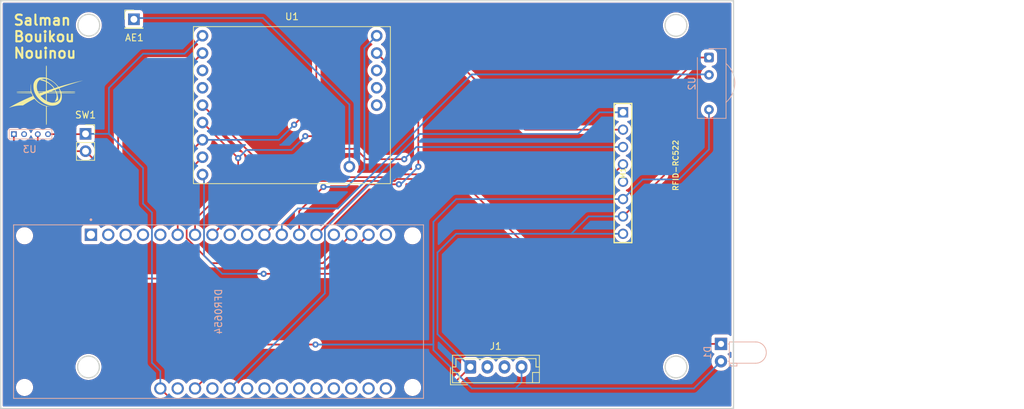
<source format=kicad_pcb>
(kicad_pcb (version 20240108) (generator "pcbnew") (generator_version "8.0")
  (layers (0 "F.Cu" signal) (31 "B.Cu" signal) (34 "B.Paste" user) (35 "F.Paste" user) (36 "B.SilkS" user "B.Silkscreen") (37 "F.SilkS" user "F.Silkscreen") (38 "B.Mask" user) (39 "F.Mask" user) (44 "Edge.Cuts" user))
  (net 0 "")
  (net 1 "/GND")
  (net 2 "/IRTX")
  (net 3 "/3v3")
  (net 6 "/SCK")
  (net 7 "/SDA")
  (net 8 "/MOSI")
  (net 10 "/MISO")
  (net 11 "/G1RF")
  (net 12 "/RST")
  (net 13 "/CS")
  (net 15 "/G2RF")
  (net 20 "/IRRX")
  (net 41 "/Antena")
  (net 42 "/Vcc")
  (footprint "Connector_PinHeader_2.54mm:PinHeader_1x01_P2.54mm_Vertical" (layer "F.Cu") (at 135.76 64.11)
    (property "Reference" "AE1" (at 0.07 2.7 0) (layer "F.SilkS"))
    (property "Value" "Antenna" (hide yes))
    (fp_line (start -1.33 -1.33) (end 0 -1.33) (stroke (width 0.12)) (layer "F.SilkS"))
    (fp_line (start -1.33 0) (end -1.33 -1.33) (stroke (width 0.12)) (layer "F.SilkS"))
    (fp_line (start -1.33 1.27) (end -1.33 1.33) (stroke (width 0.12)) (layer "F.SilkS"))
    (fp_line (start -1.33 1.27) (end 1.33 1.27) (stroke (width 0.12)) (layer "F.SilkS"))
    (fp_line (start -1.33 1.33) (end 1.33 1.33) (stroke (width 0.12)) (layer "F.SilkS"))
    (fp_line (start 1.33 1.27) (end 1.33 1.33) (stroke (width 0.12)) (layer "F.SilkS"))
    (pad "1" thru_hole rect (at 0 0) (size 1.7 1.7) (drill 1) (layers "*.Cu" "*.Mask") (net 41 "/Antena"))
  )
  (footprint "TFG:Logo-etsisi" (layer "F.Cu") (at 122.89 75.28)
    (property "Reference" "G***" (hide yes))
    (property "Value" "LOGO" (hide yes))
    (fp_poly (pts (xy 0.868872 1.562875) (xy 0.85439 1.576009) (xy 0.839909 1.562875) (xy 0.85439 1.549742)) (fill solid) (layer "F.SilkS"))
    (fp_poly (pts (xy -2.181832 -1.803654) (xy -2.178365 -1.772481) (xy -2.181832 -1.768631) (xy -2.19905 -1.772237) (xy -2.20114 -1.786142) (xy -2.190543 -1.807763)) (fill solid) (layer "F.SilkS"))
    (fp_poly (pts (xy 5.40631 -2.197656) (xy 5.402334 -2.18204) (xy 5.387002 -2.180145) (xy 5.363162 -2.189755) (xy 5.367693 -2.197656) (xy 5.402065 -2.200799)) (fill solid) (layer "F.SilkS"))
    (fp_poly (pts (xy -2.221044 -1.662416) (xy -2.219096 -1.607146) (xy -2.221408 -1.504124) (xy -2.224469 -1.424983) (xy -2.218263 -1.067602) (xy -2.166207 -0.732217) (xy -2.065332 -0.406293) (xy -1.912668 -0.077293) (xy -1.89926 -0.052533) (xy -1.675945 0.305629) (xy -1.420834 0.620343) (xy -1.132572 0.892855) (xy -0.809801 1.124413) (xy -0.451167 1.316262) (xy -0.372865 1.350898) (xy -0.126002 1.446735) (xy 0.104083 1.512791) (xy 0.342821 1.555266) (xy 0.550286 1.575932) (xy 0.825428 1.596283) (xy 0.470584 1.592713) (xy 0.11574 1.589142) (xy 0.115795 2.935316) (xy 0.115762 3.235481) (xy 0.115514 3.487348) (xy 0.11487 3.695153) (xy 0.113648 3.863131) (xy 0.111664 3.995517) (xy 0.108738 4.096548) (xy 0.104688 4.170459) (xy 0.09933 4.221486) (xy 0.092483 4.253864) (xy 0.083966 4.271828) (xy 0.073595 4.279615) (xy 0.061189 4.28146) (xy 0.057925 4.281489) (xy 0.045066 4.280436) (xy 0.034265 4.274467) (xy 0.025339 4.259367) (xy 0.018108 4.23092) (xy 0.01239 4.184912) (xy 0.008004 4.117127) (xy 0.00477 4.023351) (xy 0.002505 3.899368) (xy 0.001029 3.740964) (xy 0.00016 3.543922) (xy -0.000283 3.304029) (xy -0.000481 3.017069) (xy -0.000519 2.922182) (xy -0.001039 1.562875) (xy -0.220073 1.499982) (xy -0.428205 1.425075) (xy -0.65713 1.316168) (xy -0.892239 1.180844) (xy -1.087135 1.049917) (xy -1.189246 0.969823) (xy -1.303669 0.869959) (xy -1.418733 0.76163) (xy -1.52277 0.656138) (xy -1.604111 0.56479) (xy -1.644986 0.509514) (xy -1.662481 0.489973) (xy -1.689405 0.485892) (xy -1.736024 0.500308) (xy -1.812606 0.536259) (xy -1.915812 0.589631) (xy -2.157855 0.719717) (xy -2.414228 0.862731) (xy -2.668355 1.009131) (xy -2.903656 1.149375) (xy -3.094105 1.26786) (xy -3.36438 1.440868) (xy -3.660658 1.442509) (xy -3.984196 1.459829) (xy -4.335673 1.506292) (xy -4.697389 1.578692) (xy -5.051642 1.673825) (xy -5.195647 1.72037) (xy -5.293654 1.752865) (xy -5.369814 1.776337) (xy -5.408537 1.785995) (xy -5.409384 1.786031) (xy -5.399123 1.773131) (xy -5.346322 1.73732) (xy -5.258112 1.682716) (xy -5.14162 1.613439) (xy -5.003977 1.533606) (xy -4.852313 1.447336) (xy -4.693756 1.358747) (xy -4.535436 1.271959) (xy -4.384483 1.191089) (xy -4.329874 1.162422) (xy -4.158985 1.075455) (xy -3.955505 0.975415) (xy -3.727694 0.866071) (xy -3.483809 0.751186) (xy -3.232111 0.634528) (xy -2.980858 0.519862) (xy -2.738309 0.410954) (xy -2.512723 0.31157) (xy -2.312358 0.225475) (xy -2.145475 0.156436) (xy -2.020332 0.108218) (xy -2.009131 0.104228) (xy -1.980126 0.092154) (xy -1.966759 0.074483) (xy -1.970351 0.0406) (xy -1.992222 -0.020113) (xy -2.033695 -0.11827) (xy -2.038093 -0.12851) (xy -2.128734 -0.339526) (xy -3.212416 -0.347064) (xy -3.506342 -0.349502) (xy -3.746705 -0.352443) (xy -3.93787 -0.356048) (xy -4.084197 -0.360477) (xy -4.190048 -0.36589) (xy -4.259787 -0.372449) (xy -4.297774 -0.380313) (xy -4.308159 -0.387435) (xy -4.300027 -0.396252) (xy -4.265525 -0.403445) (xy -4.200161 -0.409153) (xy -4.099441 -0.413513) (xy -3.958873 -0.416666) (xy -3.773963 -0.418751) (xy -3.540218 -0.419905) (xy -3.253144 -0.420268) (xy -3.246199 -0.420269) (xy -2.968702 -0.420342) (xy -2.743641 -0.420742) (xy -2.565528 -0.421734) (xy -2.428876 -0.423585) (xy -2.328195 -0.426562) (xy -2.257998 -0.430931) (xy -2.212796 -0.436961) (xy -2.187101 -0.444916) (xy -2.175425 -0.455065) (xy -2.172279 -0.467674) (xy -2.172177 -0.472479) (xy -2.173784 -0.486048) (xy -2.182283 -0.497086) (xy -2.203192 -0.505899) (xy -2.24203 -0.512795) (xy -2.304315 -0.518081) (xy -2.395564 -0.522063) (xy -2.521296 -0.525048) (xy -2.68703 -0.527345) (xy -2.898283 -0.529259) (xy -3.160573 -0.531099) (xy -3.234138 -0.531579) (xy -3.524861 -0.533868) (xy -3.762067 -0.536705) (xy -3.950162 -0.540253) (xy -4.093551 -0.544676) (xy -4.196641 -0.550135) (xy -4.263838 -0.556794) (xy -4.299548 -0.564816) (xy -4.30816 -0.571303) (xy -4.30003 -0.580222) (xy -4.265414 -0.587477) (xy -4.199768 -0.593212) (xy -4.098548 -0.597572) (xy -3.957211 -0.600699) (xy -3.771212 -0.60274) (xy -3.536008 -0.603837) (xy -3.272856 -0.604136) (xy -2.225492 -0.604136) (xy -2.249519 -0.781437) (xy -2.261272 -0.905008) (xy -2.267798 -1.053307) (xy -2.269276 -1.212134) (xy -2.265891 -1.367289) (xy -2.257822 -1.50457) (xy -2.245253 -1.609779) (xy -2.238495 -1.641675) (xy -2.227446 -1.672928)) (fill solid) (layer "F.SilkS"))
    (fp_poly (pts (xy 0.073409 -4.385165) (xy 0.085855 -4.377544) (xy 0.095595 -4.358525) (xy 0.10296 -4.322939) (xy 0.108282 -4.265615) (xy 0.111893 -4.181385) (xy 0.114123 -4.065079) (xy 0.115305 -3.911528) (xy 0.11577 -3.715562) (xy 0.11585 -3.483402) (xy 0.11585 -2.580248) (xy 0.282384 -2.51912) (xy 0.496948 -2.423437) (xy 0.729195 -2.290163) (xy 0.96825 -2.127412) (xy 1.203238 -1.943298) (xy 1.423284 -1.745936) (xy 1.617514 -1.543439) (xy 1.665865 -1.486836) (xy 1.740429 -1.400511) (xy 1.804347 -1.332951) (xy 1.84852 -1.29346) (xy 1.86123 -1.287073) (xy 1.896546 -1.294921) (xy 1.978221 -1.316842) (xy 2.097622 -1.350399) (xy 2.246118 -1.393157) (xy 2.415076 -1.442681) (xy 2.46334 -1.456973) (xy 2.691408 -1.523373) (xy 2.939572 -1.59336) (xy 3.201859 -1.665437) (xy 3.472297 -1.738104) (xy 3.744913 -1.809864) (xy 4.013736 -1.879218) (xy 4.272792 -1.944668) (xy 4.516111 -2.004716) (xy 4.737718 -2.057864) (xy 4.931643 -2.102614) (xy 5.091912 -2.137468) (xy 5.212553 -2.160927) (xy 5.287595 -2.171493) (xy 5.308938 -2.170795) (xy 5.31531 -2.159719) (xy 5.290641 -2.155951) (xy 5.241125 -2.146462) (xy 5.143986 -2.121244) (xy 5.006078 -2.082424) (xy 4.834255 -2.032127) (xy 4.635372 -1.972477) (xy 4.416282 -1.905599) (xy 4.183841 -1.833619) (xy 3.944901 -1.758661) (xy 3.706318 -1.68285) (xy 3.474946 -1.608311) (xy 3.257639 -1.53717) (xy 3.061251 -1.471551) (xy 2.892636 -1.413579) (xy 2.867275 -1.404654) (xy 2.622125 -1.317927) (xy 2.425751 -1.248033) (xy 2.27291 -1.19284) (xy 2.15836 -1.15022) (xy 2.076858 -1.118042) (xy 2.02316 -1.094176) (xy 1.992023 -1.076493) (xy 1.978205 -1.062862) (xy 1.976462 -1.051154) (xy 1.979172 -1.043872) (xy 1.997345 -1.00574) (xy 2.031845 -0.932989) (xy 2.076192 -0.839291) (xy 2.090781 -0.808437) (xy 2.18666 -0.605602) (xy 3.236546 -0.604869) (xy 3.513917 -0.604451) (xy 3.738687 -0.60349) (xy 3.916181 -0.60178) (xy 4.051721 -0.599119) (xy 4.150631 -0.595303) (xy 4.218233 -0.590129) (xy 4.259851 -0.583394) (xy 4.280808 -0.574893) (xy 4.286432 -0.564736) (xy 4.280456 -0.554238) (xy 4.258947 -0.54575) (xy 4.21653 -0.539065) (xy 4.147834 -0.53398) (xy 4.047482 -0.530287) (xy 3.910103 -0.527782) (xy 3.730323 -0.526259) (xy 3.502768 -0.525513) (xy 3.256144 -0.525336) (xy 2.984421 -0.525202) (xy 2.765115 -0.524634) (xy 2.592719 -0.523386) (xy 2.461725 -0.521207) (xy 2.366626 -0.517851) (xy 2.301914 -0.51307) (xy 2.262083 -0.506614) (xy 2.241624 -0.498237) (xy 2.23503 -0.48769) (xy 2.235609 -0.479369) (xy 2.241629 -0.467149) (xy 2.257733 -0.457217) (xy 2.289555 -0.449284) (xy 2.342731 -0.443061) (xy 2.422893 -0.438259) (xy 2.535677 -0.434589) (xy 2.686717 -0.431761) (xy 2.881648 -0.429487) (xy 3.126104 -0.427477) (xy 3.265897 -0.426499) (xy 3.539443 -0.424405) (xy 3.760428 -0.422042) (xy 3.934215 -0.419168) (xy 4.066167 -0.415543) (xy 4.161648 -0.410923) (xy 4.226021 -0.405068) (xy 4.264649 -0.397736) (xy 4.282895 -0.388686) (xy 4.286432 -0.380532) (xy 4.280227 -0.370023) (xy 4.258009 -0.361544) (xy 4.214373 -0.354886) (xy 4.143912 -0.34984) (xy 4.041223 -0.346198) (xy 3.900898 -0.343749) (xy 3.717534 -0.342286) (xy 3.485724 -0.341599) (xy 3.275827 -0.341468) (xy 2.265223 -0.341468) (xy 2.293839 -0.229834) (xy 2.311722 -0.121435) (xy 2.321662 0.020996) (xy 2.323752 0.179467) (xy 2.318091 0.335986) (xy 2.304772 0.472559) (xy 2.289678 0.551603) (xy 2.198835 0.796202) (xy 2.064483 1.006591) (xy 1.887908 1.181478) (xy 1.670395 1.319574) (xy 1.430353 1.414503) (xy 1.205613 1.46268) (xy 0.957567 1.48257) (xy 0.712736 1.472672) (xy 0.622691 1.460215) (xy 0.295518 1.378551) (xy -0.030339 1.247111) (xy -0.350214 1.068564) (xy -0.659443 0.845579) (xy -0.953358 0.580824) (xy -1.003295 0.529957) (xy -1.228939 0.279222) (xy -1.39593 0.05686) (xy -0.781984 0.05686) (xy -0.762226 0.0874) (xy -0.708729 0.145692) (xy -0.630151 0.223699) (xy -0.535155 0.313382) (xy -0.4324 0.406704) (xy -0.330547 0.495626) (xy -0.238257 0.57211) (xy -0.173774 0.621355) (xy -0.014481 0.735445) (xy -0.0066 0.232591) (xy -0.006599 0.232513) (xy 0.11585 0.232513) (xy 0.11585 0.806494) (xy 0.311346 0.88765) (xy 0.511517 0.960698) (xy 0.716402 1.012476) (xy 0.839909 1.034768) (xy 0.955851 1.041347) (xy 1.102819 1.032938) (xy 1.257248 1.012114) (xy 1.39557 0.981447) (xy 1.432064 0.97015) (xy 1.655727 0.869124) (xy 1.837097 0.732223) (xy 1.976116 0.559524) (xy 2.072728 0.351105) (xy 2.126876 0.107043) (xy 2.135114 0.022995) (xy 2.140432 -0.089668) (xy 2.140296 -0.189695) (xy 2.134877 -0.259833) (xy 2.132235 -0.272506) (xy 2.120384 -0.306137) (xy 2.099382 -0.326552) (xy 2.056734 -0.337048) (xy 1.979945 -0.340921) (xy 1.870833 -0.341468) (xy 1.628516 -0.341468) (xy 1.684295 -0.151034) (xy 1.711814 -0.04002) (xy 1.739686 0.100938) (xy 1.763706 0.249414) (xy 1.773717 0.325866) (xy 1.807359 0.612332) (xy 1.695775 0.699811) (xy 1.628995 0.74351) (xy 1.541024 0.790037) (xy 1.446876 0.832905) (xy 1.361567 0.865626) (xy 1.30011 0.881715) (xy 1.279416 0.879689) (xy 1.288312 0.855254) (xy 1.321522 0.802191) (xy 1.345926 0.767579) (xy 1.454319 0.576822) (xy 1.526959 0.358132) (xy 1.560773 0.126951) (xy 1.55269 -0.10128) (xy 1.536547 -0.190434) (xy 1.501937 -0.341468) (xy 0.808894 -0.341468) (xy 0.11585 -0.341468) (xy 0.11585 0.232513) (xy -0.006599 0.232513) (xy -0.004705 0.075739) (xy -0.004111 -0.062199) (xy -0.004766 -0.172969) (xy -0.006617 -0.24832) (xy -0.009612 -0.28) (xy -0.009873 -0.280378) (xy -0.03962 -0.274466) (xy -0.109555 -0.249288) (xy -0.208436 -0.209753) (xy -0.325024 -0.16077) (xy -0.44808 -0.107249) (xy -0.566363 -0.054098) (xy -0.668634 -0.006228) (xy -0.743652 0.031452) (xy -0.780178 0.054034) (xy -0.781984 0.05686) (xy -1.39593 0.05686) (xy -1.410164 0.037907) (xy -1.554841 -0.207164) (xy -1.606362 -0.32353) (xy -1.054932 -0.32353) (xy -1.053118 -0.302068) (xy -1.040206 -0.274107) (xy -1.022008 -0.266208) (xy -0.981055 -0.278234) (xy -0.92288 -0.30104) (xy -0.825427 -0.339412) (xy -0.947608 -0.34044) (xy -1.024517 -0.337314) (xy -1.054932 -0.32353) (xy -1.606362 -0.32353) (xy -1.670842 -0.469167) (xy -1.685765 -0.514351) (xy -1.158494 -0.514351) (xy -1.149485 -0.483475) (xy -1.140915 -0.461817) (xy -1.102457 -0.437408) (xy -1.021236 -0.422408) (xy -0.911431 -0.416591) (xy -0.787223 -0.41973) (xy -0.662789 -0.4316) (xy -0.654926 -0.43305) (xy 0.347549 -0.43305) (xy 0.375051 -0.429128) (xy 0.451721 -0.425694) (xy 0.568801 -0.422943) (xy 0.717536 -0.421074) (xy 0.889167 -0.420282) (xy 0.915414 -0.420269) (xy 1.110954 -0.420652) (xy 1.255649 -0.422158) (xy 1.356575 -0.425322) (xy 1.420806 -0.430677) (xy 1.45542 -0.438758) (xy 1.467492 -0.450099) (xy 1.465699 -0.461817) (xy 1.450364 -0.503689) (xy 1.448119 -0.514351) (xy 1.563969 -0.514351) (xy 1.572421 -0.470092) (xy 1.604411 -0.441981) (xy 1.669885 -0.426655) (xy 1.77879 -0.420749) (xy 1.84221 -0.420269) (xy 1.961009 -0.42127) (xy 2.033291 -0.425915) (xy 2.070451 -0.436668) (xy 2.083883 -0.455989) (xy 2.085291 -0.472802) (xy 2.080936 -0.497762) (xy 2.06052 -0.513271) (xy 2.013018 -0.521552) (xy 1.927406 -0.524827) (xy 1.82463 -0.525336) (xy 1.709835 -0.524206) (xy 1.620836 -0.52118) (xy 1.570556 -0.516802) (xy 1.563969 -0.514351) (xy 1.448119 -0.514351) (xy 1.420805 -0.518129) (xy 1.345455 -0.521347) (xy 1.231957 -0.523759) (xy 1.090198 -0.525122) (xy 1.002739 -0.525336) (xy 0.807067 -0.523709) (xy 0.660429 -0.518406) (xy 0.554034 -0.508792) (xy 0.479089 -0.494231) (xy 0.452454 -0.485583) (xy 0.385931 -0.457458) (xy 0.349748 -0.436484) (xy 0.347549 -0.43305) (xy -0.654926 -0.43305) (xy -0.552311 -0.451974) (xy -0.488282 -0.472225) (xy -0.362029 -0.524182) (xy -0.760262 -0.524759) (xy -0.904592 -0.524217) (xy -1.025594 -0.522332) (xy -1.112812 -0.519378) (xy -1.155789 -0.515626) (xy -1.158494 -0.514351) (xy -1.685765 -0.514351) (xy -1.758154 -0.733533) (xy -1.79736 -0.908496) (xy -1.823689 -1.10722) (xy -1.828732 -1.188421) (xy -1.332461 -1.188421) (xy -1.297129 -0.935968) (xy -1.285357 -0.885123) (xy -1.262357 -0.788916) (xy -1.242324 -0.71748) (xy -1.216964 -0.667153) (xy -1.177983 -0.634276) (xy -1.117087 -0.615187) (xy -1.025981 -0.606225) (xy -0.896372 -0.60373) (xy -0.719966 -0.604042) (xy -0.64873 -0.604136) (xy -0.458425 -0.605606) (xy -0.381697 -0.607561) (xy 0.767503 -0.607561) (xy 1.078849 -0.605848) (xy 1.205286 -0.606214) (xy 1.307028 -0.608528) (xy 1.372252 -0.612391) (xy 1.390194 -0.616378) (xy 1.378881 -0.645704) (xy 1.350763 -0.703381) (xy 1.341283 -0.721642) (xy 1.316787 -0.765671) (xy 1.291981 -0.791513) (xy 1.256484 -0.798425) (xy 1.199915 -0.785667) (xy 1.11189 -0.752495) (xy 0.98203 -0.698167) (xy 0.975747 -0.695513) (xy 0.767503 -0.607561) (xy -0.381697 -0.607561) (xy -0.295315 -0.609762) (xy -0.167718 -0.616221) (xy -0.083954 -0.624602) (xy -0.05602 -0.631327) (xy -0.038946 -0.642107) (xy -0.025739 -0.659976) (xy -0.015905 -0.691144) (xy -0.008949 -0.74182) (xy -0.004376 -0.818215) (xy -0.001693 -0.926538) (xy -0.000404 -1.073001) (xy -0.000015 -1.263812) (xy -0.000001 -1.328024) (xy 0.11585 -1.328024) (xy 0.116589 -1.154018) (xy 0.118663 -0.998931) (xy 0.121859 -0.870008) (xy 0.125964 -0.774494) (xy 0.130762 -0.719633) (xy 0.134097 -0.709203) (xy 0.165861 -0.71813) (xy 0.242518 -0.742873) (xy 0.3549 -0.78038) (xy 0.493841 -0.8276) (xy 0.581764 -0.857862) (xy 1.399642 -0.857862) (xy 1.404292 -0.830187) (xy 1.429356 -0.771236) (xy 1.452565 -0.725513) (xy 1.517586 -0.604136) (xy 1.772476 -0.604136) (xy 1.89576 -0.60535) (xy 1.971957 -0.61027) (xy 2.01187 -0.620818) (xy 2.026303 -0.638916) (xy 2.027367 -0.649453) (xy 2.017188 -0.695565) (xy 1.990454 -0.7736) (xy 1.952864 -0.866981) (xy 1.95136 -0.870466) (xy 1.875354 -1.046163) (xy 1.643547 -0.957499) (xy 1.537839 -0.916382) (xy 1.454361 -0.882625) (xy 1.406142 -0.861551) (xy 1.399642 -0.857862) (xy 0.581764 -0.857862) (xy 0.619217 -0.870753) (xy 0.773547 -0.924719) (xy 0.909052 -0.973172) (xy 1.016408 -1.012691) (xy 1.086291 -1.039857) (xy 1.108916 -1.050369) (xy 1.10409 -1.078503) (xy 1.070343 -1.136182) (xy 1.014673 -1.211738) (xy 1.005003 -1.223722) (xy 0.869331 -1.372499) (xy 0.701873 -1.529457) (xy 0.518157 -1.681779) (xy 0.333712 -1.81665) (xy 0.164067 -1.921253) (xy 0.152053 -1.92769) (xy 0.140187 -1.923574) (xy 0.13106 -1.893811) (xy 0.124372 -1.83344) (xy 0.119824 -1.737503) (xy 0.117117 -1.601041) (xy 0.115952 -1.419095) (xy 0.11585 -1.328024) (xy -0.000001 -1.328024) (xy 0 -1.334772) (xy 0 -2.011026) (xy -0.094127 -2.045594) (xy -0.298607 -2.115597) (xy -0.48938 -2.171273) (xy -0.651475 -2.208459) (xy -0.716845 -2.218786) (xy -0.807972 -2.234253) (xy -0.844555 -2.254084) (xy -0.826646 -2.282405) (xy -0.754295 -2.323344) (xy -0.718343 -2.34039) (xy -0.644627 -2.371884) (xy -0.590602 -2.381289) (xy -0.529058 -2.36957) (xy -0.466887 -2.3493) (xy -0.364796 -2.311414) (xy -0.24369 -2.262082) (xy -0.165053 -2.227774) (xy 0.002961 -2.151766) (xy -0.004418 -2.280447) (xy 0.116659 -2.280447) (xy 0.116767 -2.252378) (xy 0.117685 -2.088211) (xy 0.311917 -1.97001) (xy 0.455725 -1.872072) (xy 0.616611 -1.745573) (xy 0.780542 -1.603068) (xy 0.933488 -1.457113) (xy 1.061417 -1.320262) (xy 1.122815 -1.244422) (xy 1.242575 -1.08357) (xy 1.481999 -1.16041) (xy 1.590569 -1.195983) (xy 1.676336 -1.225457) (xy 1.726098 -1.244235) (xy 1.733076 -1.247819) (xy 1.725106 -1.275144) (xy 1.685927 -1.333158) (xy 1.622825 -1.41329) (xy 1.543083 -1.506973) (xy 1.453986 -1.605639) (xy 1.362818 -1.700718) (xy 1.279951 -1.780812) (xy 1.011916 -2.003463) (xy 0.739661 -2.180688) (xy 0.452381 -2.319253) (xy 0.367473 -2.352157) (xy 0.250367 -2.393876) (xy 0.176768 -2.411559) (xy 0.136641 -2.401211) (xy 0.11995 -2.358838) (xy 0.116659 -2.280447) (xy -0.004418 -2.280447) (xy -0.00576 -2.303856) (xy -0.014481 -2.455946) (xy -0.214563 -2.463808) (xy -0.453257 -2.451773) (xy -0.676498 -2.399155) (xy -0.874934 -2.309862) (xy -1.039209 -2.187799) (xy -1.131964 -2.080564) (xy -1.230521 -1.897323) (xy -1.297736 -1.68017) (xy -1.33219 -1.440179) (xy -1.332461 -1.188421) (xy -1.828732 -1.188421) (xy -1.836522 -1.313862) (xy -1.835241 -1.51258) (xy -1.819227 -1.687529) (xy -1.799254 -1.786142) (xy -1.706916 -2.031222) (xy -1.572596 -2.240187) (xy -1.396414 -2.412899) (xy -1.178491 -2.549221) (xy -1.107038 -2.582127) (xy -1.01828 -2.618533) (xy -0.94428 -2.642473) (xy -0.868567 -2.656559) (xy -0.774667 -2.663402) (xy -0.646108 -2.665612) (xy -0.579247 -2.665786) (xy -0.431996 -2.663965) (xy -0.293252 -2.65881) (xy -0.180817 -2.651168) (xy -0.12309 -2.644071) (xy 0 -2.622063) (xy 0 -3.504309) (xy 0.000093 -3.742637) (xy 0.000601 -3.933662) (xy 0.001867 -4.082613) (xy 0.004234 -4.194721) (xy 0.008046 -4.275216) (xy 0.013646 -4.329327) (xy 0.021377 -4.362286) (xy 0.031584 -4.379322) (xy 0.044609 -4.385665) (xy 0.057925 -4.386556)) (fill solid) (layer "F.SilkS"))
  )
  (footprint "TFG:RFID-RC522" (layer "F.Cu") (at 207.3496 86.62 -90)
    (property "Reference" "M1" (at 0 0 90) (layer "F.SilkS") (effects (font (size 0.787402 0.787402))))
    (property "Value" "RFID-RC522" (at -1.12 -7.7204 90) (layer "F.SilkS") (effects (font (size 0.787402 0.787402))))
    (property "VALUE" "" (hide yes))
    (fp_line (start -10.1854 1.2954) (end -10.1854 -1.2954) (stroke (width 0.2032)) (layer "F.SilkS"))
    (fp_line (start 10.1854 1.2954) (end -10.1854 1.2954) (stroke (width 0.2032)) (layer "F.SilkS"))
    (fp_line (start -10.1854 -1.2954) (end 10.1854 -1.2954) (stroke (width 0.2032)) (layer "F.SilkS"))
    (fp_line (start 10.1854 -1.2954) (end 10.1854 1.2954) (stroke (width 0.2032)) (layer "F.SilkS"))
    (pad "1" thru_hole rect (at -8.89 0 270) (size 1.508 1.508) (drill 1) (layers "*.Cu" "*.Mask") (net 7 "/SDA"))
    (pad "2" thru_hole circle (at -6.35 0 270) (size 1.508 1.508) (drill 1) (layers "*.Cu" "*.Mask") (net 6 "/SCK"))
    (pad "3" thru_hole circle (at -3.81 0 270) (size 1.508 1.508) (drill 1) (layers "*.Cu" "*.Mask") (net 8 "/MOSI"))
    (pad "4" thru_hole circle (at -1.27 0 270) (size 1.508 1.508) (drill 1) (layers "*.Cu" "*.Mask") (net 10 "/MISO"))
    (pad "5" thru_hole circle (at 1.27 0 270) (size 1.508 1.508) (drill 1) (layers "*.Cu" "*.Mask"))
    (pad "6" thru_hole circle (at 3.81 0 270) (size 1.508 1.508) (drill 1) (layers "*.Cu" "*.Mask") (net 1 "/GND"))
    (pad "7" thru_hole circle (at 6.35 0 270) (size 1.508 1.508) (drill 1) (layers "*.Cu" "*.Mask") (net 3 "/3v3"))
    (pad "8" thru_hole circle (at 8.89 0 270) (size 1.508 1.508) (drill 1) (layers "*.Cu" "*.Mask") (net 3 "/3v3"))
  )
  (footprint "Connector_PinSocket_2.54mm:PinSocket_1x02_P2.54mm_Vertical" (layer "F.Cu") (at 128.68 80.88)
    (property "Reference" "SW1" (at 0 -2.77 0) (layer "F.SilkS"))
    (property "Value" "SW_DIP_x01" (hide yes))
    (fp_line (start -1.33 1.27) (end -1.33 3.87) (stroke (width 0.12)) (layer "F.SilkS"))
    (fp_line (start -1.33 1.27) (end 1.33 1.27) (stroke (width 0.12)) (layer "F.SilkS"))
    (fp_line (start -1.33 3.87) (end 1.33 3.87) (stroke (width 0.12)) (layer "F.SilkS"))
    (fp_line (start 0 -1.33) (end 1.33 -1.33) (stroke (width 0.12)) (layer "F.SilkS"))
    (fp_line (start 1.33 -1.33) (end 1.33 0) (stroke (width 0.12)) (layer "F.SilkS"))
    (fp_line (start 1.33 1.27) (end 1.33 3.87) (stroke (width 0.12)) (layer "F.SilkS"))
    (pad "1" thru_hole rect (at 0 0) (size 1.7 1.7) (drill 1) (layers "*.Cu" "*.Mask") (net 3 "/3v3"))
    (pad "2" thru_hole oval (at 0 2.54) (size 1.7 1.7) (drill 1) (layers "*.Cu" "*.Mask") (net 1 "/GND"))
  )
  (footprint "TFG:RF69HCW" (layer "F.Cu") (at 158.9 76.22)
    (property "Reference" "U1" (at 0 -12.5 0) (layer "F.SilkS"))
    (property "Value" "~")
    (fp_line (start -14.43 -11.03) (end -13.1 -11.03) (stroke (width 0.12)) (layer "F.SilkS"))
    (fp_line (start -14.43 -9.7) (end -14.43 -11.03) (stroke (width 0.12)) (layer "F.SilkS"))
    (fp_line (start -14.43 -9.7) (end -14.43 11.95) (stroke (width 0.12)) (layer "F.SilkS"))
    (fp_line (start -14.43 11.95) (end 14.4 11.95) (stroke (width 0.12)) (layer "F.SilkS"))
    (fp_line (start -13.1 -11.03) (end 14.4 -11.03) (stroke (width 0.12)) (layer "F.SilkS"))
    (fp_line (start 14.4 -11.03) (end 14.4 11.95) (stroke (width 0.12)) (layer "F.SilkS"))
    (pad "1" thru_hole circle (at -13.1 -9.7) (size 1.7 1.7) (drill 1) (layers "*.Cu" "*.Mask") (net 3 "/3v3"))
    (pad "2" thru_hole oval (at -13.1 -7.16) (size 1.7 1.7) (drill 1) (layers "*.Cu" "*.Mask") (net 1 "/GND"))
    (pad "3" thru_hole oval (at -13.1 -4.62) (size 1.7 1.7) (drill 1) (layers "*.Cu" "*.Mask"))
    (pad "4" thru_hole oval (at -13.1 -2.08) (size 1.7 1.7) (drill 1) (layers "*.Cu" "*.Mask"))
    (pad "5" thru_hole oval (at -13.1 0.46) (size 1.7 1.7) (drill 1) (layers "*.Cu" "*.Mask") (net 10 "/MISO"))
    (pad "6" thru_hole oval (at -13.1 3) (size 1.7 1.7) (drill 1) (layers "*.Cu" "*.Mask") (net 8 "/MOSI"))
    (pad "7" thru_hole oval (at -13.1 5.54) (size 1.7 1.7) (drill 1) (layers "*.Cu" "*.Mask") (net 6 "/SCK"))
    (pad "8" thru_hole oval (at -13.1 8.08) (size 1.7 1.7) (drill 1) (layers "*.Cu" "*.Mask") (net 13 "/CS"))
    (pad "9" thru_hole oval (at -13.1 10.62) (size 1.7 1.7) (drill 1) (layers "*.Cu" "*.Mask") (net 12 "/RST"))
    (pad "10" thru_hole circle (at 12.4 -9.7) (size 1.7 1.7) (drill 1) (layers "*.Cu" "*.Mask") (net 11 "/G1RF"))
    (pad "11" thru_hole oval (at 12.4 -7.16) (size 1.7 1.7) (drill 1) (layers "*.Cu" "*.Mask") (net 15 "/G2RF"))
    (pad "12" thru_hole oval (at 12.4 -4.62) (size 1.7 1.7) (drill 1) (layers "*.Cu" "*.Mask"))
    (pad "13" thru_hole oval (at 12.4 -2.08) (size 1.7 1.7) (drill 1) (layers "*.Cu" "*.Mask"))
    (pad "14" thru_hole oval (at 12.4 0.46) (size 1.7 1.7) (drill 1) (layers "*.Cu" "*.Mask"))
    (pad "15" thru_hole circle (at 8.4 9.46) (size 1.7 1.7) (drill 1) (layers "*.Cu" "*.Mask") (net 41 "/Antena"))
  )
  (footprint "Connector_JST:JST_EH_B4B-EH-A_1x04_P2.50mm_Vertical" (layer "F.Cu") (at 185 115)
    (property "Reference" "J1" (at 3.72 -3.03 0) (layer "F.SilkS"))
    (property "Value" "Conn_01x04" (hide yes))
    (fp_line (start -2.91 0.11) (end -2.91 2.61) (stroke (width 0.12)) (layer "F.SilkS"))
    (fp_line (start -2.91 2.61) (end -0.41 2.61) (stroke (width 0.12)) (layer "F.SilkS"))
    (fp_line (start -2.61 -1.71) (end -2.61 2.31) (stroke (width 0.12)) (layer "F.SilkS"))
    (fp_line (start -2.61 0) (end -2.11 0) (stroke (width 0.12)) (layer "F.SilkS"))
    (fp_line (start -2.61 0.81) (end -1.61 0.81) (stroke (width 0.12)) (layer "F.SilkS"))
    (fp_line (start -2.61 2.31) (end 10.11 2.31) (stroke (width 0.12)) (layer "F.SilkS"))
    (fp_line (start -2.11 -1.21) (end 9.61 -1.21) (stroke (width 0.12)) (layer "F.SilkS"))
    (fp_line (start -2.11 0) (end -2.11 -1.21) (stroke (width 0.12)) (layer "F.SilkS"))
    (fp_line (start -1.61 0.81) (end -1.61 2.31) (stroke (width 0.12)) (layer "F.SilkS"))
    (fp_line (start 9.11 0.81) (end 9.11 2.31) (stroke (width 0.12)) (layer "F.SilkS"))
    (fp_line (start 9.61 -1.21) (end 9.61 0) (stroke (width 0.12)) (layer "F.SilkS"))
    (fp_line (start 9.61 0) (end 10.11 0) (stroke (width 0.12)) (layer "F.SilkS"))
    (fp_line (start 10.11 -1.71) (end -2.61 -1.71) (stroke (width 0.12)) (layer "F.SilkS"))
    (fp_line (start 10.11 0.81) (end 9.11 0.81) (stroke (width 0.12)) (layer "F.SilkS"))
    (fp_line (start 10.11 2.31) (end 10.11 -1.71) (stroke (width 0.12)) (layer "F.SilkS"))
    (pad "1" thru_hole roundrect (at 0 0) (size 1.7 1.95) (drill 0.95) (layers "*.Cu" "*.Mask") (roundrect_rratio 0.147059) (net 3 "/3v3"))
    (pad "2" thru_hole oval (at 2.5 0) (size 1.7 1.95) (drill 0.95) (layers "*.Cu" "*.Mask"))
    (pad "3" thru_hole oval (at 5 0) (size 1.7 1.95) (drill 0.95) (layers "*.Cu" "*.Mask"))
    (pad "4" thru_hole oval (at 7.5 0) (size 1.7 1.95) (drill 0.95) (layers "*.Cu" "*.Mask") (net 1 "/GND"))
  )
  (footprint "TFG:Battery charger" (layer "B.Cu") (at 118.19 80.93 -90)
    (property "Reference" "U3" (at 2.22 -2.32 0) (layer "B.SilkS") (effects (justify mirror)))
    (property "Value" "~" (hide yes))
    (fp_line (start 0.7 0.69) (end -0.695 0.685) (stroke (width 0.12)) (layer "B.SilkS"))
    (fp_line (start -0.695 0.685) (end -0.695 -0.685) (stroke (width 0.12)) (layer "B.SilkS"))
    (fp_line (start -0.695 -5.56) (end -0.695 -0.685) (stroke (width 0.12)) (layer "B.SilkS"))
    (fp_line (start 0.394493 -5.56) (end -0.695 -5.56) (stroke (width 0.12)) (layer "B.SilkS"))
    (fp_line (start 0.695 -5.56) (end 0.7 0.69) (stroke (width 0.12)) (layer "B.SilkS"))
    (fp_line (start 0.695 -5.56) (end 0.394493 -5.56) (stroke (width 0.12)) (layer "B.SilkS"))
    (pad "1" thru_hole rect (at 0 0 270) (size 0.85 0.85) (drill 0.5) (layers "*.Cu" "*.Mask") (net 1 "/GND"))
    (pad "2" thru_hole oval (at 0 -1.5 270) (size 0.85 0.85) (drill 0.5) (layers "*.Cu" "*.Mask") (net 42 "/Vcc"))
    (pad "3" thru_hole oval (at 0 -3.5 270) (size 0.85 0.85) (drill 0.5) (layers "*.Cu" "*.Mask") (net 1 "/GND"))
    (pad "4" thru_hole oval (at 0 -5 270) (size 0.85 0.85) (drill 0.5) (layers "*.Cu" "*.Mask") (net 3 "/3v3"))
  )
  (footprint "OptoDevice:Vishay_CAST-3Pin" (layer "B.Cu") (at 219.935 69.71 -90)
    (property "Reference" "U2" (at 3.8 2.5 90) (layer "B.SilkS") (effects (justify mirror)))
    (property "Value" "VS1838B")
    (fp_line (start 0 1.7) (end 8.9 1.7) (stroke (width 0.12)) (layer "B.SilkS"))
    (fp_line (start 8.9 1.7) (end 8.9 -2.5) (stroke (width 0.12)) (layer "B.SilkS"))
    (fp_line (start -1.3 -2.5) (end -1.3 0) (stroke (width 0.12)) (layer "B.SilkS"))
    (fp_line (start 0.9 -2.5) (end -1.3 -2.5) (stroke (width 0.12)) (layer "B.SilkS"))
    (fp_line (start 6.6 -2.5) (end 0.9 -2.5) (stroke (width 0.12)) (layer "B.SilkS"))
    (fp_line (start 8.9 -2.5) (end 6.5 -2.5) (stroke (width 0.12)) (layer "B.SilkS"))
    (fp_arc (start 0.893744 -2.504232) (mid 3.722825 -3.776095) (end 6.55 -2.5) (stroke (width 0.12)) (layer "B.SilkS"))
    (pad "1" thru_hole roundrect (at 0 0 270) (size 1.4 1.4) (drill 0.7) (layers "*.Cu" "*.Mask") (roundrect_rratio 0.178) (net 3 "/3v3"))
    (pad "2" thru_hole circle (at 2.54 0 270) (size 1.4 1.4) (drill 0.7) (layers "*.Cu" "*.Mask") (net 20 "/IRRX"))
    (pad "3" thru_hole circle (at 7.62 0 270) (size 1.4 1.4) (drill 0.7) (layers "*.Cu" "*.Mask") (net 1 "/GND"))
  )
  (footprint "LED_THT:LED_D3.0mm_Horizontal_O1.27mm_Z2.0mm_IRBlack" (layer "B.Cu") (at 221.695 111.63 -90)
    (property "Reference" "D1" (at 1.27 1.96 90) (layer "B.SilkS") (effects (justify mirror)))
    (property "Value" "LED")
    (fp_line (start 0 -1.08) (end 0 -1.08) (stroke (width 0.12)) (layer "B.SilkS"))
    (fp_line (start 0 -1.08) (end 0 -1.21) (stroke (width 0.12)) (layer "B.SilkS"))
    (fp_line (start 2.54 -1.08) (end 2.54 -1.08) (stroke (width 0.12)) (layer "B.SilkS"))
    (fp_line (start 2.54 -1.08) (end 2.54 -1.21) (stroke (width 0.12)) (layer "B.SilkS"))
    (fp_line (start 0 -1.21) (end 0 -1.08) (stroke (width 0.12)) (layer "B.SilkS"))
    (fp_line (start 0 -1.21) (end 0 -1.21) (stroke (width 0.12)) (layer "B.SilkS"))
    (fp_line (start 2.54 -1.21) (end 2.54 -1.08) (stroke (width 0.12)) (layer "B.SilkS"))
    (fp_line (start 2.54 -1.21) (end 2.54 -1.21) (stroke (width 0.12)) (layer "B.SilkS"))
    (fp_line (start 2.83 -1.21) (end -0.29 -1.21) (stroke (width 0.12)) (layer "B.SilkS"))
    (fp_line (start 2.83 -1.21) (end 2.83 -2.33) (stroke (width 0.12)) (layer "B.SilkS"))
    (fp_line (start 3.23 -1.21) (end 2.83 -1.21) (stroke (width 0.12)) (layer "B.SilkS"))
    (fp_line (start 2.83 -2.33) (end 3.23 -2.33) (stroke (width 0.12)) (layer "B.SilkS"))
    (fp_line (start 3.23 -2.33) (end 3.23 -1.21) (stroke (width 0.12)) (layer "B.SilkS"))
    (fp_line (start -0.29 -5.07) (end -0.29 -1.21) (stroke (width 0.12)) (layer "B.SilkS"))
    (fp_line (start 2.83 -5.07) (end 2.83 -1.21) (stroke (width 0.12)) (layer "B.SilkS"))
    (fp_arc (start -0.29 -5.07) (mid 1.27 -6.63) (end 2.83 -5.07) (stroke (width 0.12)) (layer "B.SilkS"))
    (pad "1" thru_hole rect (at 0 0 270) (size 1.8 1.8) (drill 0.9) (layers "*.Cu" "*.Mask") (net 2 "/IRTX"))
    (pad "2" thru_hole circle (at 2.54 0 270) (size 1.8 1.8) (drill 0.9) (layers "*.Cu" "*.Mask") (net 1 "/GND"))
  )
  (footprint "TFG:MODULE_DFR0654" (layer "B.Cu") (at 148.15 106.9 -90)
    (property "Reference" "U4" (hide yes))
    (property "Value" "DFR0654" (at 0 0 90) (layer "B.SilkS") (effects (justify mirror)))
    (fp_line (start -12.7 30) (end 12.7 30) (stroke (width 0.127)) (layer "B.SilkS"))
    (fp_line (start -12.7 -30) (end -12.7 30) (stroke (width 0.127)) (layer "B.SilkS"))
    (fp_line (start -12.7 -30) (end 12.7 -30) (stroke (width 0.127)) (layer "B.SilkS"))
    (fp_line (start 12.7 -30) (end 12.7 30) (stroke (width 0.127)) (layer "B.SilkS"))
    (fp_circle (center -13.45 18.68) (end -13.35 18.68) (stroke (width 0.2)) (fill none) (layer "B.SilkS"))
    (pad "" np_thru_hole circle (at -11.1 -28.4 270) (size 2 2) (drill 2) (layers "*.Cu" "*.Mask"))
    (pad "" np_thru_hole circle (at -11.1 28.4 270) (size 2 2) (drill 2) (layers "*.Cu" "*.Mask"))
    (pad "" np_thru_hole circle (at 11.1 -28.4 270) (size 2 2) (drill 2) (layers "*.Cu" "*.Mask"))
    (pad "" np_thru_hole circle (at 11.1 28.4 270) (size 2 2) (drill 2) (layers "*.Cu" "*.Mask"))
    (pad "1" thru_hole rect (at -11.25 18.68 270) (size 1.8 1.8) (drill 1.2) (layers "*.Cu" "*.Mask"))
    (pad "2" thru_hole circle (at -11.25 16.14 270) (size 1.8 1.8) (drill 1.2) (layers "*.Cu" "*.Mask"))
    (pad "3" thru_hole circle (at -11.25 13.6 270) (size 1.8 1.8) (drill 1.2) (layers "*.Cu" "*.Mask"))
    (pad "4" thru_hole circle (at -11.25 11.06 270) (size 1.8 1.8) (drill 1.2) (layers "*.Cu" "*.Mask"))
    (pad "5" thru_hole circle (at -11.25 8.52 270) (size 1.8 1.8) (drill 1.2) (layers "*.Cu" "*.Mask"))
    (pad "6" thru_hole circle (at -11.25 5.98 270) (size 1.8 1.8) (drill 1.2) (layers "*.Cu" "*.Mask") (net 6 "/SCK"))
    (pad "7" thru_hole circle (at -11.25 3.44 270) (size 1.8 1.8) (drill 1.2) (layers "*.Cu" "*.Mask") (net 8 "/MOSI"))
    (pad "8" thru_hole circle (at -11.25 0.9 270) (size 1.8 1.8) (drill 1.2) (layers "*.Cu" "*.Mask") (net 10 "/MISO"))
    (pad "9" thru_hole circle (at -11.25 -1.64 270) (size 1.8 1.8) (drill 1.2) (layers "*.Cu" "*.Mask"))
    (pad "10" thru_hole circle (at -11.25 -4.18 270) (size 1.8 1.8) (drill 1.2) (layers "*.Cu" "*.Mask"))
    (pad "11" thru_hole circle (at -11.25 -6.72 270) (size 1.8 1.8) (drill 1.2) (layers "*.Cu" "*.Mask") (net 2 "/IRTX"))
    (pad "12" thru_hole circle (at -11.25 -9.26 270) (size 1.8 1.8) (drill 1.2) (layers "*.Cu" "*.Mask") (net 20 "/IRRX"))
    (pad "13" thru_hole circle (at -11.25 -11.8 270) (size 1.8 1.8) (drill 1.2) (layers "*.Cu" "*.Mask") (net 11 "/G1RF"))
    (pad "14" thru_hole circle (at -11.25 -14.34 270) (size 1.8 1.8) (drill 1.2) (layers "*.Cu" "*.Mask") (net 15 "/G2RF"))
    (pad "15" thru_hole circle (at -11.25 -16.88 270) (size 1.8 1.8) (drill 1.2) (layers "*.Cu" "*.Mask"))
    (pad "16" thru_hole circle (at -11.25 -19.42 270) (size 1.8 1.8) (drill 1.2) (layers "*.Cu" "*.Mask") (net 13 "/CS"))
    (pad "17" thru_hole circle (at -11.25 -21.96 270) (size 1.8 1.8) (drill 1.2) (layers "*.Cu" "*.Mask") (net 12 "/RST"))
    (pad "18" thru_hole circle (at -11.25 -24.5 270) (size 1.8 1.8) (drill 1.2) (layers "*.Cu" "*.Mask"))
    (pad "19" thru_hole circle (at 11.25 -24.5 270) (size 1.8 1.8) (drill 1.2) (layers "*.Cu" "*.Mask"))
    (pad "20" thru_hole circle (at 11.25 -21.96 270) (size 1.8 1.8) (drill 1.2) (layers "*.Cu" "*.Mask"))
    (pad "21" thru_hole circle (at 11.25 -19.42 270) (size 1.8 1.8) (drill 1.2) (layers "*.Cu" "*.Mask"))
    (pad "22" thru_hole circle (at 11.25 -16.88 270) (size 1.8 1.8) (drill 1.2) (layers "*.Cu" "*.Mask"))
    (pad "23" thru_hole circle (at 11.25 -14.34 270) (size 1.8 1.8) (drill 1.2) (layers "*.Cu" "*.Mask"))
    (pad "24" thru_hole circle (at 11.25 -11.8 270) (size 1.8 1.8) (drill 1.2) (layers "*.Cu" "*.Mask"))
    (pad "25" thru_hole circle (at 11.25 -9.26 270) (size 1.8 1.8) (drill 1.2) (layers "*.Cu" "*.Mask"))
    (pad "26" thru_hole circle (at 11.25 -6.72 270) (size 1.8 1.8) (drill 1.2) (layers "*.Cu" "*.Mask"))
    (pad "27" thru_hole circle (at 11.25 -4.18 270) (size 1.8 1.8) (drill 1.2) (layers "*.Cu" "*.Mask"))
    (pad "28" thru_hole circle (at 11.25 -1.64 270) (size 1.8 1.8) (drill 1.2) (layers "*.Cu" "*.Mask") (net 7 "/SDA"))
    (pad "29" thru_hole circle (at 11.25 0.9 270) (size 1.8 1.8) (drill 1.2) (layers "*.Cu" "*.Mask"))
    (pad "30" thru_hole circle (at 11.25 3.44 270) (size 1.8 1.8) (drill 1.2) (layers "*.Cu" "*.Mask") (net 1 "/GND"))
    (pad "31" thru_hole circle (at 11.25 5.98 270) (size 1.8 1.8) (drill 1.2) (layers "*.Cu" "*.Mask"))
    (pad "32" thru_hole circle (at 11.25 8.52 270) (size 1.8 1.8) (drill 1.2) (layers "*.Cu" "*.Mask") (net 3 "/3v3"))
  )
  (gr_circle (center 129.11 115) (end 130.71 115) (stroke (width 0.2)) (fill none) (layer "Edge.Cuts"))
  (gr_rect (start 116.26 61.39) (end 223.52 121.09) (stroke (width 0.2)) (fill none) (layer "Edge.Cuts"))
  (gr_circle (center 215.11 115) (end 216.71 115) (stroke (width 0.2)) (fill none) (layer "Edge.Cuts"))
  (gr_circle (center 215.1 65) (end 216.7 65) (stroke (width 0.2)) (fill none) (layer "Edge.Cuts"))
  (gr_circle (center 129.16 64.97) (end 130.76 64.97) (stroke (width 0.2)) (fill none) (layer "Edge.Cuts"))
  (gr_text "Salman \nBouikou \nNouinou" (at 118 69.95 0) (layer "F.SilkS") (effects (font (size 1.5 1.5) (thickness 0.3) (bold yes)) (justify left bottom)))
  (segment (start 132.1 86.84) (end 128.68 83.42) (width 0.25) (layer "F.Cu") (net 1))
  (segment (start 124.8 92.15) (end 125.85 91.1) (width 0.25) (layer "F.Cu") (net 1))
  (segment (start 121.12 82.49) (end 121.69 81.92) (width 0.25) (layer "F.Cu") (net 1))
  (segment (start 133.45 85.49) (end 133.45 74.79) (width 0.25) (layer "F.Cu") (net 1))
  (segment (start 122.45 82.49) (end 121.12 82.49) (width 0.25) (layer "F.Cu") (net 1))
  (segment (start 144.58 70.28) (end 145.8 69.06) (width 0.25) (layer "F.Cu") (net 1))
  (segment (start 118.19 80.93) (end 118.19 81.95) (width 0.25) (layer "F.Cu") (net 1))
  (segment (start 118.19 81.95) (end 118.73 82.49) (width 0.25) (layer "F.Cu") (net 1))
  (segment (start 151.14 111.72) (end 141.48 102.06) (width 0.25) (layer "F.Cu") (net 1))
  (segment (start 141.48 102.06) (end 130.32 102.06) (width 0.25) (layer "F.Cu") (net 1))
  (segment (start 118.73 82.49) (end 121.12 82.49) (width 0.25) (layer "F.Cu") (net 1))
  (segment (start 123.38 83.42) (end 122.45 82.49) (width 0.25) (layer "F.Cu") (net 1))
  (segment (start 132.1 91.1) (end 132.1 86.84) (width 0.25) (layer "F.Cu") (net 1))
  (segment (start 130.32 102.06) (end 124.8 96.54) (width 0.25) (layer "F.Cu") (net 1))
  (segment (start 144.71 118.15) (end 151.14 111.72) (width 0.25) (layer "F.Cu") (net 1))
  (segment (start 121.69 81.92) (end 121.69 80.93) (width 0.25) (layer "F.Cu") (net 1))
  (segment (start 151.14 111.72) (end 162.34 111.72) (width 0.25) (layer "F.Cu") (net 1))
  (segment (start 137.96 70.28) (end 144.58 70.28) (width 0.25) (layer "F.Cu") (net 1))
  (segment (start 124.8 96.54) (end 124.8 92.15) (width 0.25) (layer "F.Cu") (net 1))
  (segment (start 132.1 86.84) (end 133.45 85.49) (width 0.25) (layer "F.Cu") (net 1))
  (segment (start 133.45 74.79) (end 137.96 70.28) (width 0.25) (layer "F.Cu") (net 1))
  (segment (start 125.85 91.1) (end 132.1 91.1) (width 0.25) (layer "F.Cu") (net 1))
  (segment (start 128.68 83.42) (end 123.38 83.42) (width 0.25) (layer "F.Cu") (net 1))
  (via (at 162.34 111.72) (size 0.9) (drill 0.4) (layers "F.Cu" "B.Cu") (net 1))
  (segment (start 162.34 111.72) (end 179.570658 111.72) (width 0.25) (layer "B.Cu") (net 1))
  (segment (start 185.22 118.15) (end 179.6 112.53) (width 0.25) (layer "B.Cu") (net 1))
  (segment (start 192.5 117.25) (end 191.6 118.15) (width 0.25) (layer "B.Cu") (net 1))
  (segment (start 219.935 83.155) (end 219.935 77.33) (width 0.25) (layer "B.Cu") (net 1))
  (segment (start 179.6 93.7596) (end 182.9296 90.43) (width 0.25) (layer "B.Cu") (net 1))
  (segment (start 192.5 115) (end 192.5 117.25) (width 0.25) (layer "B.Cu") (net 1))
  (segment (start 210.2296 87.55) (end 215.54 87.55) (width 0.25) (layer "B.Cu") (net 1))
  (segment (start 179.570658 111.72) (end 179.6 111.749342) (width 0.25) (layer "B.Cu") (net 1))
  (segment (start 179.6 111.749342) (end 179.6 93.7596) (width 0.25) (layer "B.Cu") (net 1))
  (segment (start 179.6 112.53) (end 179.6 111.749342) (width 0.25) (layer "B.Cu") (net 1))
  (segment (start 191.6 118.15) (end 217.715 118.15) (width 0.25) (layer "B.Cu") (net 1))
  (segment (start 207.3496 90.43) (end 210.2296 87.55) (width 0.25) (layer "B.Cu") (net 1))
  (segment (start 182.9296 90.43) (end 207.3496 90.43) (width 0.25) (layer "B.Cu") (net 1))
  (segment (start 215.54 87.55) (end 219.935 83.155) (width 0.25) (layer "B.Cu") (net 1))
  (segment (start 191.6 118.15) (end 185.22 118.15) (width 0.25) (layer "B.Cu") (net 1))
  (segment (start 217.715 118.15) (end 221.695 114.17) (width 0.25) (layer "B.Cu") (net 1))
  (segment (start 183.408 87.488) (end 174.227741 87.488) (width 0.25) (layer "F.Cu") (net 2))
  (segment (start 173.935741 87.78) (end 162.74 87.78) (width 0.25) (layer "F.Cu") (net 2))
  (segment (start 162.74 87.78) (end 154.87 95.65) (width 0.25) (layer "F.Cu") (net 2))
  (segment (start 174.227741 87.488) (end 173.935741 87.78) (width 0.25) (layer "F.Cu") (net 2))
  (segment (start 221.695 111.63) (end 207.55 111.63) (width 0.25) (layer "F.Cu") (net 2))
  (segment (start 207.55 111.63) (end 183.408 87.488) (width 0.25) (layer "F.Cu") (net 2))
  (segment (start 218.42 69.71) (end 219.935 69.71) (width 0.25) (layer "F.Cu") (net 3))
  (segment (start 144.36 120.34) (end 179.66 120.34) (width 0.25) (layer "F.Cu") (net 3))
  (segment (start 179.66 120.34) (end 185 115) (width 0.25) (layer "F.Cu") (net 3))
  (segment (start 128.63 80.93) (end 128.68 80.88) (width 0.25) (layer "F.Cu") (net 3))
  (segment (start 213.36 74.77) (end 218.42 69.71) (width 0.25) (layer "F.Cu") (net 3))
  (segment (start 123.19 80.93) (end 128.63 80.93) (width 0.25) (layer "F.Cu") (net 3))
  (segment (start 141.82 120.34) (end 139.63 118.15) (width 0.25) (layer "F.Cu") (net 3))
  (segment (start 144.36 120.34) (end 141.82 120.34) (width 0.25) (layer "F.Cu") (net 3))
  (segment (start 207.3496 92.97) (end 213.36 86.9596) (width 0.25) (layer "F.Cu") (net 3))
  (segment (start 213.36 86.9596) (end 213.36 74.77) (width 0.25) (layer "F.Cu") (net 3))
  (segment (start 182.9296 95.51) (end 182.2496 96.19) (width 0.25) (layer "B.Cu") (net 3))
  (segment (start 137.1 85.88) (end 132.1 80.88) (width 0.25) (layer "B.Cu") (net 3))
  (segment (start 137.1 91.1) (end 137.1 85.88) (width 0.25) (layer "B.Cu") (net 3))
  (segment (start 180.2 98.2396) (end 180.2 110.2) (width 0.25) (layer "B.Cu") (net 3))
  (segment (start 143.17 69.15) (end 145.8 66.52) (width 0.25) (layer "B.Cu") (net 3))
  (segment (start 207.3496 95.51) (end 199.77 95.51) (width 0.25) (layer "B.Cu") (net 3))
  (segment (start 132.1 80.88) (end 132.1 74.16) (width 0.25) (layer "B.Cu") (net 3))
  (segment (start 199.77 95.51) (end 182.9296 95.51) (width 0.25) (layer "B.Cu") (net 3))
  (segment (start 132.1 80.88) (end 128.68 80.88) (width 0.25) (layer "B.Cu") (net 3))
  (segment (start 139.63 115.61) (end 139.63 118.15) (width 0.25) (layer "B.Cu") (net 3))
  (segment (start 132.1 74.16) (end 137.11 69.15) (width 0.25) (layer "B.Cu") (net 3))
  (segment (start 138.402 114.382) (end 139.63 115.61) (width 0.25) (layer "B.Cu") (net 3))
  (segment (start 182.2496 96.19) (end 180.2 98.2396) (width 0.25) (layer "B.Cu") (net 3))
  (segment (start 180.2 110.2) (end 185 115) (width 0.25) (layer "B.Cu") (net 3))
  (segment (start 137.11 69.15) (end 143.17 69.15) (width 0.25) (layer "B.Cu") (net 3))
  (segment (start 207.3496 92.97) (end 202.31 92.97) (width 0.25) (layer "B.Cu") (net 3))
  (segment (start 138.402 92.402) (end 137.1 91.1) (width 0.25) (layer "B.Cu") (net 3))
  (segment (start 202.31 92.97) (end 199.77 95.51) (width 0.25) (layer "B.Cu") (net 3))
  (segment (start 138.402 114.382) (end 138.402 92.402) (width 0.25) (layer "B.Cu") (net 3))
  (segment (start 207.3496 80.27) (end 193.02 80.27) (width 0.25) (layer "F.Cu") (net 6))
  (segment (start 162.46 66.73) (end 166.21 62.98) (width 0.25) (layer "F.Cu") (net 6))
  (segment (start 142.17 85.39) (end 145.8 81.76) (width 0.25) (layer "F.Cu") (net 6))
  (segment (start 166.21 62.98) (end 175.73 62.98) (width 0.25) (layer "F.Cu") (net 6))
  (segment (start 193.02 80.27) (end 175.73 62.98) (width 0.25) (layer "F.Cu") (net 6))
  (segment (start 159.21 79.55) (end 162.46 76.3) (width 0.25) (layer "F.Cu") (net 6))
  (segment (start 162.46 76.3) (end 162.46 66.73) (width 0.25) (layer "F.Cu") (net 6))
  (segment (start 142.17 95.65) (end 142.17 85.39) (width 0.25) (layer "F.Cu") (net 6))
  (via (at 159.21 79.55) (size 0.9) (drill 0.4) (layers "F.Cu" "B.Cu") (net 6))
  (segment (start 159.21 79.55) (end 157 81.76) (width 0.25) (layer "B.Cu") (net 6))
  (segment (start 157 81.76) (end 145.8 81.76) (width 0.25) (layer "B.Cu") (net 6))
  (segment (start 203.93 77.73) (end 207.3496 77.73) (width 0.25) (layer "B.Cu") (net 7))
  (segment (start 163.718 104.222) (end 163.718 94.782) (width 0.25) (layer "B.Cu") (net 7))
  (segment (start 149.79 118.15) (end 163.718 104.222) (width 0.25) (layer "B.Cu") (net 7))
  (segment (start 163.718 94.782) (end 177.6 80.9) (width 0.25) (layer "B.Cu") (net 7))
  (segment (start 200.76 80.9) (end 203.93 77.73) (width 0.25) (layer "B.Cu") (net 7))
  (segment (start 177.6 80.9) (end 200.76 80.9) (width 0.25) (layer "B.Cu") (net 7))
  (segment (start 168.23 83.07) (end 169.75 84.59) (width 0.25) (layer "F.Cu") (net 8))
  (segment (start 144.71 95.65) (end 144.71 93.43) (width 0.25) (layer "F.Cu") (net 8))
  (segment (start 151.02 87.12) (end 151.02 84.44) (width 0.25) (layer "F.Cu") (net 8))
  (segment (start 160.85 81.22) (end 163.94 81.22) (width 0.25) (layer "F.Cu") (net 8))
  (segment (start 144.71 93.43) (end 151.02 87.12) (width 0.25) (layer "F.Cu") (net 8))
  (segment (start 151.02 84.44) (end 145.8 79.22) (width 0.25) (layer "F.Cu") (net 8))
  (segment (start 169.75 84.59) (end 175.33 84.59) (width 0.25) (layer "F.Cu") (net 8))
  (segment (start 165.79 83.07) (end 168.23 83.07) (width 0.25) (layer "F.Cu") (net 8))
  (segment (start 163.94 81.22) (end 165.79 83.07) (width 0.25) (layer "F.Cu") (net 8))
  (via (at 175.33 84.59) (size 0.9) (drill 0.4) (layers "F.Cu" "B.Cu") (net 8))
  (via (at 151.02 84.44) (size 0.9) (drill 0.4) (layers "F.Cu" "B.Cu") (net 8))
  (via (at 160.85 81.22) (size 0.9) (drill 0.4) (layers "F.Cu" "B.Cu") (net 8))
  (segment (start 158.83 83.24) (end 152.22 83.24) (width 0.25) (layer "B.Cu") (net 8))
  (segment (start 152.22 83.24) (end 151.02 84.44) (width 0.25) (layer "B.Cu") (net 8))
  (segment (start 175.33 84.59) (end 177.11 82.81) (width 0.25) (layer "B.Cu") (net 8))
  (segment (start 160.85 81.22) (end 158.83 83.24) (width 0.25) (layer "B.Cu") (net 8))
  (segment (start 177.11 82.81) (end 207.3496 82.81) (width 0.25) (layer "B.Cu") (net 8))
  (segment (start 156.404 87.22) (end 173.855102 87.22) (width 0.25) (layer "F.Cu") (net 10))
  (segment (start 173.855102 87.22) (end 174.267102 86.808) (width 0.25) (layer "F.Cu") (net 10))
  (segment (start 155.978 86.858) (end 145.8 76.68) (width 0.25) (layer "F.Cu") (net 10))
  (segment (start 156.042 86.858) (end 155.978 86.858) (width 0.25) (layer "F.Cu") (net 10))
  (segment (start 156.042 86.858) (end 156.404 87.22) (width 0.25) (layer "F.Cu") (net 10))
  (segment (start 156.042 86.858) (end 147.25 95.65) (width 0.25) (layer "F.Cu") (net 10))
  (segment (start 205.8916 86.808) (end 207.3496 85.35) (width 0.25) (layer "F.Cu") (net 10))
  (segment (start 174.267102 86.808) (end 205.8916 86.808) (width 0.25) (layer "F.Cu") (net 10))
  (segment (start 159.95 92.2) (end 163.5 88.65) (width 0.25) (layer "F.Cu") (net 11))
  (segment (start 159.95 95.65) (end 159.95 92.2) (width 0.25) (layer "F.Cu") (net 11))
  (via (at 163.5 88.65) (size 0.9) (drill 0.4) (layers "F.Cu" "B.Cu") (net 11))
  (segment (start 169.5 86.06) (end 169.5 68.32) (width 0.25) (layer "B.Cu") (net 11))
  (segment (start 166.91 88.65) (end 169.5 86.06) (width 0.25) (layer "B.Cu") (net 11))
  (segment (start 163.5 88.65) (end 166.91 88.65) (width 0.25) (layer "B.Cu") (net 11))
  (segment (start 169.5 68.32) (end 171.3 66.52) (width 0.25) (layer "B.Cu") (net 11))
  (segment (start 164.39 101.37) (end 154.75 101.37) (width 0.25) (layer "F.Cu") (net 12))
  (segment (start 170.11 95.65) (end 164.39 101.37) (width 0.25) (layer "F.Cu") (net 12))
  (via (at 154.75 101.37) (size 0.9) (drill 0.4) (layers "F.Cu" "B.Cu") (net 12))
  (segment (start 146.022 98.698655) (end 146.022 87.062) (width 0.25) (layer "B.Cu") (net 12))
  (segment (start 148.693345 101.37) (end 146.022 98.698655) (width 0.25) (layer "B.Cu") (net 12))
  (segment (start 146.022 87.062) (end 145.8 86.84) (width 0.25) (layer "B.Cu") (net 12))
  (segment (start 154.75 101.37) (end 148.693345 101.37) (width 0.25) (layer "B.Cu") (net 12))
  (segment (start 143.482 86.618) (end 145.8 84.3) (width 0.25) (layer "F.Cu") (net 13))
  (segment (start 143.482 96.158655) (end 143.482 86.618) (width 0.25) (layer "F.Cu") (net 13))
  (segment (start 167.57 95.65) (end 163.41 99.81) (width 0.25) (layer "F.Cu") (net 13))
  (segment (start 147.133345 99.81) (end 143.482 96.158655) (width 0.25) (layer "F.Cu") (net 13))
  (segment (start 163.41 99.81) (end 147.133345 99.81) (width 0.25) (layer "F.Cu") (net 13))
  (segment (start 169.874 88.266) (end 174.55 88.266) (width 0.25) (layer "F.Cu") (net 15))
  (segment (start 162.49 95.65) (end 169.874 88.266) (width 0.25) (layer "F.Cu") (net 15))
  (segment (start 177.39 85.69) (end 177.39 75.15) (width 0.25) (layer "F.Cu") (net 15))
  (segment (start 177.39 75.15) (end 171.3 69.06) (width 0.25) (layer "F.Cu") (net 15))
  (via (at 177.39 85.69) (size 0.9) (drill 0.4) (layers "F.Cu" "B.Cu") (net 15))
  (via (at 174.55 88.266) (size 0.9) (drill 0.4) (layers "F.Cu" "B.Cu") (net 15))
  (segment (start 174.814 88.266) (end 177.39 85.69) (width 0.25) (layer "B.Cu") (net 15))
  (segment (start 174.55 88.266) (end 174.814 88.266) (width 0.25) (layer "B.Cu") (net 15))
  (segment (start 159.75 91.8) (end 165.620655 91.8) (width 0.25) (layer "B.Cu") (net 20))
  (segment (start 157.41 94.14) (end 159.75 91.8) (width 0.25) (layer "B.Cu") (net 20))
  (segment (start 157.41 95.65) (end 157.41 94.14) (width 0.25) (layer "B.Cu") (net 20))
  (segment (start 165.620655 91.8) (end 185.240655 72.18) (width 0.25) (layer "B.Cu") (net 20))
  (segment (start 219.865 72.18) (end 219.935 72.25) (width 0.25) (layer "B.Cu") (net 20))
  (segment (start 185.240655 72.18) (end 219.865 72.18) (width 0.25) (layer "B.Cu") (net 20))
  (segment (start 154.63 63.93) (end 135.94 63.93) (width 0.25) (layer "B.Cu") (net 41))
  (segment (start 167.3 76.6) (end 154.63 63.93) (width 0.25) (layer "B.Cu") (net 41))
  (segment (start 135.94 63.93) (end 135.76 64.11) (width 0.25) (layer "B.Cu") (net 41))
  (segment (start 167.3 85.68) (end 167.3 76.6) (width 0.25) (layer "B.Cu") (net 41))
  (zone (net 0) (net_name "") (layers "F&B.Cu") (connect_pads yes (clearance 0.5)) (min_thickness 0.25) (fill yes (thermal_gap 0.5) (thermal_bridge_width 0.5) (island_removal_mode 1) (island_area_min 10))
    (polygon (pts (xy 116.36 61.49) (xy 116.36 120.99) (xy 223.42 120.99) (xy 223.42 61.49)))
  )
)
</source>
